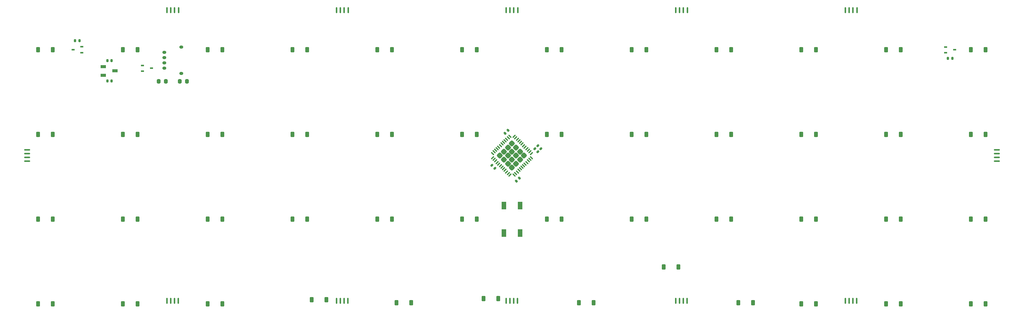
<source format=gbr>
%TF.GenerationSoftware,KiCad,Pcbnew,7.0.1*%
%TF.CreationDate,2023-07-16T15:06:49-04:00*%
%TF.ProjectId,PCB,5043422e-6b69-4636-9164-5f7063625858,rev?*%
%TF.SameCoordinates,Original*%
%TF.FileFunction,Paste,Bot*%
%TF.FilePolarity,Positive*%
%FSLAX46Y46*%
G04 Gerber Fmt 4.6, Leading zero omitted, Abs format (unit mm)*
G04 Created by KiCad (PCBNEW 7.0.1) date 2023-07-16 15:06:49*
%MOMM*%
%LPD*%
G01*
G04 APERTURE LIST*
G04 Aperture macros list*
%AMRoundRect*
0 Rectangle with rounded corners*
0 $1 Rounding radius*
0 $2 $3 $4 $5 $6 $7 $8 $9 X,Y pos of 4 corners*
0 Add a 4 corners polygon primitive as box body*
4,1,4,$2,$3,$4,$5,$6,$7,$8,$9,$2,$3,0*
0 Add four circle primitives for the rounded corners*
1,1,$1+$1,$2,$3*
1,1,$1+$1,$4,$5*
1,1,$1+$1,$6,$7*
1,1,$1+$1,$8,$9*
0 Add four rect primitives between the rounded corners*
20,1,$1+$1,$2,$3,$4,$5,0*
20,1,$1+$1,$4,$5,$6,$7,0*
20,1,$1+$1,$6,$7,$8,$9,0*
20,1,$1+$1,$8,$9,$2,$3,0*%
G04 Aperture macros list end*
%ADD10RoundRect,0.105000X0.105000X0.545000X-0.105000X0.545000X-0.105000X-0.545000X0.105000X-0.545000X0*%
%ADD11RoundRect,0.225000X-0.225000X-0.375000X0.225000X-0.375000X0.225000X0.375000X-0.225000X0.375000X0*%
%ADD12RoundRect,0.105000X-0.105000X-0.545000X0.105000X-0.545000X0.105000X0.545000X-0.105000X0.545000X0*%
%ADD13RoundRect,0.250000X0.000000X-0.413257X0.413257X0.000000X0.000000X0.413257X-0.413257X0.000000X0*%
%ADD14RoundRect,0.062500X-0.220971X-0.309359X0.309359X0.220971X0.220971X0.309359X-0.309359X-0.220971X0*%
%ADD15RoundRect,0.062500X0.220971X-0.309359X0.309359X-0.220971X-0.220971X0.309359X-0.309359X0.220971X0*%
%ADD16R,1.100000X1.800000*%
%ADD17R,0.700000X0.450000*%
%ADD18RoundRect,0.135000X0.135000X0.185000X-0.135000X0.185000X-0.135000X-0.185000X0.135000X-0.185000X0*%
%ADD19RoundRect,0.225000X0.225000X0.375000X-0.225000X0.375000X-0.225000X-0.375000X0.225000X-0.375000X0*%
%ADD20RoundRect,0.140000X-0.021213X0.219203X-0.219203X0.021213X0.021213X-0.219203X0.219203X-0.021213X0*%
%ADD21RoundRect,0.140000X0.021213X-0.219203X0.219203X-0.021213X-0.021213X0.219203X-0.219203X0.021213X0*%
%ADD22RoundRect,0.140000X-0.219203X-0.021213X-0.021213X-0.219203X0.219203X0.021213X0.021213X0.219203X0*%
%ADD23RoundRect,0.105000X-0.545000X0.105000X-0.545000X-0.105000X0.545000X-0.105000X0.545000X0.105000X0*%
%ADD24RoundRect,0.200000X0.200000X0.275000X-0.200000X0.275000X-0.200000X-0.275000X0.200000X-0.275000X0*%
%ADD25RoundRect,0.140000X-0.140000X-0.170000X0.140000X-0.170000X0.140000X0.170000X-0.140000X0.170000X0*%
%ADD26RoundRect,0.135000X-0.135000X-0.185000X0.135000X-0.185000X0.135000X0.185000X-0.135000X0.185000X0*%
%ADD27RoundRect,0.140000X0.219203X0.021213X0.021213X0.219203X-0.219203X-0.021213X-0.021213X-0.219203X0*%
%ADD28R,1.220000X0.650000*%
%ADD29RoundRect,0.105000X0.545000X-0.105000X0.545000X0.105000X-0.545000X0.105000X-0.545000X-0.105000X0*%
%ADD30RoundRect,0.200000X-0.200000X-0.275000X0.200000X-0.275000X0.200000X0.275000X-0.200000X0.275000X0*%
%ADD31RoundRect,0.140000X0.140000X0.170000X-0.140000X0.170000X-0.140000X-0.170000X0.140000X-0.170000X0*%
%ADD32RoundRect,0.150000X-0.275000X0.150000X-0.275000X-0.150000X0.275000X-0.150000X0.275000X0.150000X0*%
%ADD33RoundRect,0.175000X-0.225000X0.175000X-0.225000X-0.175000X0.225000X-0.175000X0.225000X0.175000X0*%
G04 APERTURE END LIST*
D10*
%TO.C,LED3*%
X153355000Y-98171875D03*
X152505000Y-98171875D03*
X151655000Y-98171875D03*
X150805000Y-98171875D03*
%TD*%
D11*
%TO.C,D37*%
X45657500Y-98821875D03*
X48957500Y-98821875D03*
%TD*%
D12*
%TO.C,LED8*%
X112710000Y-32796875D03*
X113560000Y-32796875D03*
X114410000Y-32796875D03*
X115260000Y-32796875D03*
%TD*%
D11*
%TO.C,D27*%
X83757500Y-79771875D03*
X87057500Y-79771875D03*
%TD*%
%TO.C,D13*%
X45657500Y-60721875D03*
X48957500Y-60721875D03*
%TD*%
%TO.C,D10*%
X217107500Y-41671875D03*
X220407500Y-41671875D03*
%TD*%
%TO.C,D22*%
X217107500Y-60721875D03*
X220407500Y-60721875D03*
%TD*%
%TO.C,D30*%
X140907500Y-79771875D03*
X144207500Y-79771875D03*
%TD*%
D13*
%TO.C,U2*%
X149377817Y-65484375D03*
X150279378Y-66385936D03*
X151180939Y-67287497D03*
X152082500Y-68189058D03*
X150279378Y-64582814D03*
X151180939Y-65484375D03*
X152082500Y-66385936D03*
X152984061Y-67287497D03*
X151180939Y-63681253D03*
X152082500Y-64582814D03*
X152984061Y-65484375D03*
X153885622Y-66385936D03*
X152082500Y-62779692D03*
X152984061Y-63681253D03*
X153885622Y-64582814D03*
X154787183Y-65484375D03*
D14*
X151596364Y-69859598D03*
X151242811Y-69506045D03*
X150889257Y-69152491D03*
X150535704Y-68798938D03*
X150182151Y-68445385D03*
X149828597Y-68091831D03*
X149475044Y-67738278D03*
X149121490Y-67384724D03*
X148767937Y-67031171D03*
X148414384Y-66677618D03*
X148060830Y-66324064D03*
X147707277Y-65970511D03*
D15*
X147707277Y-64998239D03*
X148060830Y-64644686D03*
X148414384Y-64291132D03*
X148767937Y-63937579D03*
X149121490Y-63584026D03*
X149475044Y-63230472D03*
X149828597Y-62876919D03*
X150182151Y-62523365D03*
X150535704Y-62169812D03*
X150889257Y-61816259D03*
X151242811Y-61462705D03*
X151596364Y-61109152D03*
D14*
X152568636Y-61109152D03*
X152922189Y-61462705D03*
X153275743Y-61816259D03*
X153629296Y-62169812D03*
X153982849Y-62523365D03*
X154336403Y-62876919D03*
X154689956Y-63230472D03*
X155043510Y-63584026D03*
X155397063Y-63937579D03*
X155750616Y-64291132D03*
X156104170Y-64644686D03*
X156457723Y-64998239D03*
D15*
X156457723Y-65970511D03*
X156104170Y-66324064D03*
X155750616Y-66677618D03*
X155397063Y-67031171D03*
X155043510Y-67384724D03*
X154689956Y-67738278D03*
X154336403Y-68091831D03*
X153982849Y-68445385D03*
X153629296Y-68798938D03*
X153275743Y-69152491D03*
X152922189Y-69506045D03*
X152568636Y-69859598D03*
%TD*%
D11*
%TO.C,D18*%
X140907500Y-60721875D03*
X144207500Y-60721875D03*
%TD*%
D16*
%TO.C,SW73*%
X153932500Y-82935375D03*
X153932500Y-76735375D03*
X150232500Y-82935375D03*
X150232500Y-76735375D03*
%TD*%
D12*
%TO.C,LED9*%
X150810000Y-32796875D03*
X151660000Y-32796875D03*
X152510000Y-32796875D03*
X153360000Y-32796875D03*
%TD*%
D17*
%TO.C,Q3*%
X55451250Y-41021875D03*
X55451250Y-42321875D03*
X53451250Y-41671875D03*
%TD*%
D10*
%TO.C,LED5*%
X77155000Y-98171875D03*
X76305000Y-98171875D03*
X75455000Y-98171875D03*
X74605000Y-98171875D03*
%TD*%
D11*
%TO.C,D2*%
X64707500Y-41671875D03*
X68007500Y-41671875D03*
%TD*%
%TO.C,D19*%
X159957500Y-60721875D03*
X163257500Y-60721875D03*
%TD*%
D18*
%TO.C,R5*%
X54961250Y-39671875D03*
X53941250Y-39671875D03*
%TD*%
D11*
%TO.C,D46*%
X217107500Y-98821875D03*
X220407500Y-98821875D03*
%TD*%
D10*
%TO.C,LED2*%
X191455000Y-98171875D03*
X190605000Y-98171875D03*
X189755000Y-98171875D03*
X188905000Y-98171875D03*
%TD*%
D11*
%TO.C,D32*%
X179007500Y-79771875D03*
X182307500Y-79771875D03*
%TD*%
%TO.C,D8*%
X179007500Y-41671875D03*
X182307500Y-41671875D03*
%TD*%
D19*
%TO.C,D42*%
X148970000Y-97631250D03*
X145670000Y-97631250D03*
%TD*%
%TO.C,D44*%
X189451250Y-90487500D03*
X186151250Y-90487500D03*
%TD*%
D11*
%TO.C,D31*%
X159957500Y-79771875D03*
X163257500Y-79771875D03*
%TD*%
D19*
%TO.C,D41*%
X129432500Y-98584375D03*
X126132500Y-98584375D03*
%TD*%
D20*
%TO.C,C4*%
X151181911Y-59784964D03*
X150503089Y-60463786D03*
%TD*%
D21*
%TO.C,C3*%
X153023089Y-71183786D03*
X153701911Y-70504964D03*
%TD*%
D11*
%TO.C,D25*%
X45657500Y-79771875D03*
X48957500Y-79771875D03*
%TD*%
%TO.C,D23*%
X236157500Y-60721875D03*
X239457500Y-60721875D03*
%TD*%
D19*
%TO.C,D40*%
X110350000Y-97854375D03*
X107050000Y-97854375D03*
%TD*%
D22*
%TO.C,C5*%
X147543089Y-67644964D03*
X148221911Y-68323786D03*
%TD*%
D11*
%TO.C,D14*%
X64707500Y-60721875D03*
X68007500Y-60721875D03*
%TD*%
D23*
%TO.C,LED12*%
X260970000Y-64211875D03*
X260970000Y-65061875D03*
X260970000Y-65911875D03*
X260970000Y-66761875D03*
%TD*%
D12*
%TO.C,LED10*%
X188910000Y-32796875D03*
X189760000Y-32796875D03*
X190610000Y-32796875D03*
X191460000Y-32796875D03*
%TD*%
D19*
%TO.C,D43*%
X170432500Y-98584375D03*
X167132500Y-98584375D03*
%TD*%
D24*
%TO.C,R4*%
X79088750Y-48815625D03*
X77438750Y-48815625D03*
%TD*%
D11*
%TO.C,D48*%
X255207500Y-98821875D03*
X258507500Y-98821875D03*
%TD*%
%TO.C,D34*%
X217107500Y-79771875D03*
X220407500Y-79771875D03*
%TD*%
%TO.C,D39*%
X83757500Y-98821875D03*
X87057500Y-98821875D03*
%TD*%
D25*
%TO.C,C15*%
X61178500Y-44150000D03*
X62138500Y-44150000D03*
%TD*%
D11*
%TO.C,D16*%
X102807500Y-60721875D03*
X106107500Y-60721875D03*
%TD*%
%TO.C,D7*%
X159957500Y-41671875D03*
X163257500Y-41671875D03*
%TD*%
%TO.C,D47*%
X236157500Y-98821875D03*
X239457500Y-98821875D03*
%TD*%
%TO.C,D3*%
X83757500Y-41671875D03*
X87057500Y-41671875D03*
%TD*%
%TO.C,D11*%
X236157500Y-41671875D03*
X239457500Y-41671875D03*
%TD*%
%TO.C,D29*%
X121857500Y-79771875D03*
X125157500Y-79771875D03*
%TD*%
%TO.C,D1*%
X45657500Y-41671875D03*
X48957500Y-41671875D03*
%TD*%
%TO.C,D38*%
X64707500Y-98821875D03*
X68007500Y-98821875D03*
%TD*%
%TO.C,D21*%
X198057500Y-60721875D03*
X201357500Y-60721875D03*
%TD*%
%TO.C,D24*%
X255207500Y-60721875D03*
X258507500Y-60721875D03*
%TD*%
%TO.C,D35*%
X236157500Y-79771875D03*
X239457500Y-79771875D03*
%TD*%
D26*
%TO.C,R6*%
X250022900Y-43589575D03*
X251042900Y-43589575D03*
%TD*%
D11*
%TO.C,D15*%
X83757500Y-60721875D03*
X87057500Y-60721875D03*
%TD*%
D17*
%TO.C,Q2*%
X249532900Y-42334575D03*
X249532900Y-41034575D03*
X251532900Y-41684575D03*
%TD*%
D11*
%TO.C,D20*%
X179007500Y-60721875D03*
X182307500Y-60721875D03*
%TD*%
D27*
%TO.C,C2*%
X158551911Y-63933786D03*
X157873089Y-63254964D03*
%TD*%
D11*
%TO.C,D5*%
X121857500Y-41671875D03*
X125157500Y-41671875D03*
%TD*%
D28*
%TO.C,U4*%
X60262500Y-47400000D03*
X60262500Y-45500000D03*
X62882500Y-46450000D03*
%TD*%
D29*
%TO.C,LED6*%
X43195000Y-66756875D03*
X43195000Y-65906875D03*
X43195000Y-65056875D03*
X43195000Y-64206875D03*
%TD*%
D12*
%TO.C,LED7*%
X74610000Y-32796875D03*
X75460000Y-32796875D03*
X76310000Y-32796875D03*
X77160000Y-32796875D03*
%TD*%
D30*
%TO.C,D49*%
X72676250Y-48815625D03*
X74326250Y-48815625D03*
%TD*%
D10*
%TO.C,LED4*%
X115255000Y-98171875D03*
X114405000Y-98171875D03*
X113555000Y-98171875D03*
X112705000Y-98171875D03*
%TD*%
D27*
%TO.C,C1*%
X157851911Y-64633786D03*
X157173089Y-63954964D03*
%TD*%
D11*
%TO.C,D17*%
X121857500Y-60721875D03*
X125157500Y-60721875D03*
%TD*%
D17*
%TO.C,Q1*%
X69092500Y-46503125D03*
X69092500Y-45203125D03*
X71092500Y-45853125D03*
%TD*%
D11*
%TO.C,D36*%
X255207500Y-79771875D03*
X258507500Y-79771875D03*
%TD*%
%TO.C,D33*%
X198057500Y-79771875D03*
X201357500Y-79771875D03*
%TD*%
%TO.C,D9*%
X198057500Y-41671875D03*
X201357500Y-41671875D03*
%TD*%
D31*
%TO.C,C13*%
X62138500Y-48720375D03*
X61178500Y-48720375D03*
%TD*%
D11*
%TO.C,D12*%
X255207500Y-41671875D03*
X258507500Y-41671875D03*
%TD*%
D10*
%TO.C,LED1*%
X229555000Y-98171875D03*
X228705000Y-98171875D03*
X227855000Y-98171875D03*
X227005000Y-98171875D03*
%TD*%
D12*
%TO.C,LED11*%
X227010000Y-32796875D03*
X227860000Y-32796875D03*
X228710000Y-32796875D03*
X229560000Y-32796875D03*
%TD*%
D11*
%TO.C,D26*%
X64707500Y-79771875D03*
X68007500Y-79771875D03*
%TD*%
%TO.C,D4*%
X102807500Y-41671875D03*
X106107500Y-41671875D03*
%TD*%
D32*
%TO.C,J1*%
X74007500Y-42253125D03*
X74007500Y-43453125D03*
X74007500Y-44653125D03*
X74007500Y-45853125D03*
D33*
X77782500Y-41103125D03*
X77782500Y-47003125D03*
%TD*%
D11*
%TO.C,D28*%
X102807500Y-79771875D03*
X106107500Y-79771875D03*
%TD*%
%TO.C,D6*%
X140907500Y-41671875D03*
X144207500Y-41671875D03*
%TD*%
D19*
%TO.C,D45*%
X206232500Y-98584375D03*
X202932500Y-98584375D03*
%TD*%
M02*

</source>
